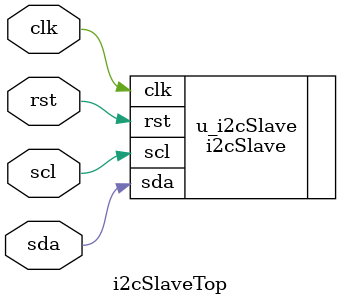
<source format=v>
`include "i2cSlave_define.v"


module i2cSlaveTop (
  clk,
  rst,
  sda,
  scl
  //myReg0
);
input clk;
input rst;
inout sda;
input scl;
//output [7:0] myReg0;

parameter DEVICE_ADDR = 7'h34;

i2cSlave #(DEVICE_ADDR)
u_i2cSlave(
  .clk(clk),
  .rst(rst),
  .sda(sda),
  .scl(scl)
  //.myReg0(myReg0),
  //.myReg1(),
  //.myReg2(),
  //.myReg3(),
  //.myReg4(8'h12),
  //.myReg5(8'h34),
  //.myReg6(8'h56),
  //.myReg7(8'h78)

);


endmodule


 

</source>
